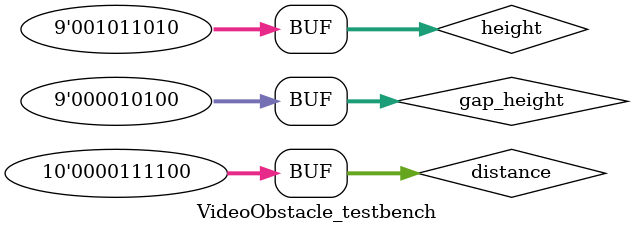
<source format=sv>
/**
 * Map the obstacle's distance into VGA coordinates. Obstacles are 80 units
 * wide.
 *
 * Inputs:
 *   distance: The distance of the obstacle from position 0.
 *   height: The height of the obstacle.
 *   gap_height: The gap between ends of the obstacle.
 *
 * Outputs:
 *   x_min: The smallest x value where the obstacle should be shown.
 *   x_max: The largest VGA x value.
 *   bottom_y_min: The smallest VGA y value for the bottom of the obstacle.
 *   bottom_y_max: The largest VGA y value.
 *   top_y_min: The smallest VGA x value for the top of the obstacle.
 *   top_y_max: The largest VGA y value.
 */
module VideoObstacle(
    distance, height, gap_height,
    x_min, x_max, bottom_y_min, bottom_y_max, top_y_min, top_y_max);
  input logic [9:0] distance;
  input logic [8:0] height, gap_height;
  output logic [9:0] x_min, x_max;
  output logic [8:0] bottom_y_min, bottom_y_max, top_y_min, top_y_max;

  assign x_max = distance;
  assign bottom_y_min = Constants::VGA_HEIGHT - height;
  assign bottom_y_max = Constants::VGA_HEIGHT;
  assign top_y_min = 9'd0;
  assign top_y_max = Constants::VGA_HEIGHT - (height + gap_height);

  always_comb begin
    if (distance <= Constants::OBSTACLE_VGA_WIDTH)
      x_min = 10'd0;
    else begin
      x_min = distance - Constants::OBSTACLE_VGA_WIDTH;
    end
  end
endmodule: VideoObstacle

/**
 * Testbench for the VideoObstacle module.
 */
module VideoObstacle_testbench();
  logic [9:0] distance, x_min, x_max;
  logic [8:0] height, gap_height;
  logic [8:0] bottom_y_min, bottom_y_max, top_y_min, top_y_max;

  VideoObstacle dut(
      .distance, .height, .gap_height,
      .x_min, .x_max, .bottom_y_min, .bottom_y_max, .top_y_min, .top_y_max);

  initial begin
    distance = 10'd20;  height = 9'd50; gap_height = 9'd10; #10;
    distance = 10'd40;  height = 9'd50; gap_height = 9'd10; #10;
    distance = 10'd60;  height = 9'd90; gap_height = 9'd10; #10;
    distance = 10'd20;  height = 9'd50; gap_height = 9'd20; #10;
    distance = 10'd40;  height = 9'd50; gap_height = 9'd20; #10;
    distance = 10'd60;  height = 9'd90; gap_height = 9'd20; #10;
  end
endmodule: VideoObstacle_testbench

</source>
